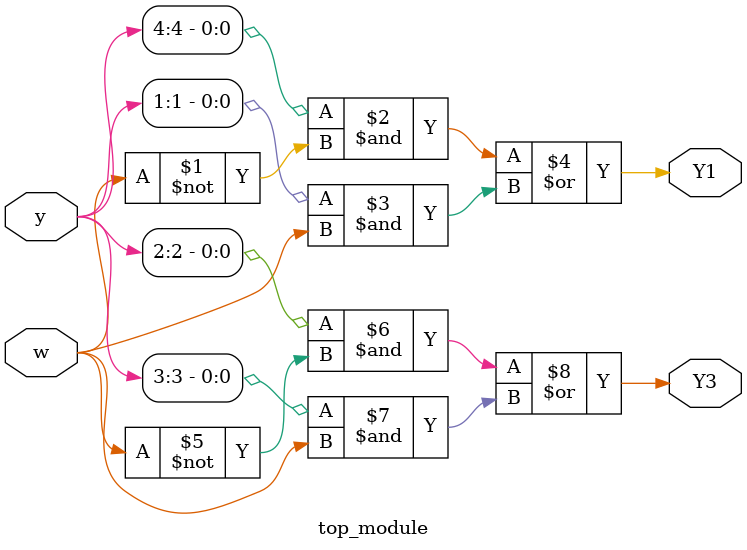
<source format=sv>
module top_module (
	input [5:0] y,
	input w,
	output Y1,
	output Y3
);
	
	// flip-flop Y1
	assign Y1 = (y[4] & ~w) | (y[1] & w);
	
	// flip-flop Y3
	assign Y3 = (y[2] & ~w) | (y[3] & w); // Modified y[0] to y[3]

endmodule

</source>
